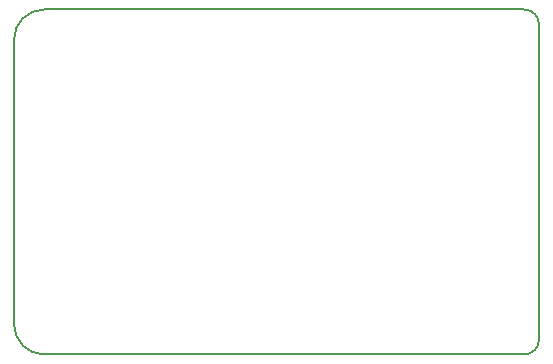
<source format=gko>
%TF.GenerationSoftware,KiCad,Pcbnew,4.0.4+e1-6308~48~ubuntu16.04.1-stable*%
%TF.CreationDate,2017-01-04T17:26:24-08:00*%
%TF.ProjectId,sd-full-2041021-4-breakout,73642D66756C6C2D323034313032312D,v1.0*%
%TF.FileFunction,Profile,NP*%
%FSLAX46Y46*%
G04 Gerber Fmt 4.6, Leading zero omitted, Abs format (unit mm)*
G04 Created by KiCad (PCBNEW 4.0.4+e1-6308~48~ubuntu16.04.1-stable) date Wed Jan  4 17:26:24 2017*
%MOMM*%
%LPD*%
G01*
G04 APERTURE LIST*
%ADD10C,0.350000*%
%ADD11C,0.152400*%
G04 APERTURE END LIST*
D10*
D11*
X142240000Y-91440000D02*
X142240000Y-64770000D01*
X140970000Y-92710000D02*
G75*
G03X142240000Y-91440000I0J1270000D01*
G01*
X142240000Y-64770000D02*
G75*
G03X140970000Y-63500000I-1270000J0D01*
G01*
X100330000Y-63500000D02*
X140970000Y-63500000D01*
X100330000Y-92710000D02*
X140970000Y-92710000D01*
X97790004Y-90174433D02*
G75*
G03X100330000Y-92710000I2539996J4433D01*
G01*
X97790000Y-66040000D02*
X97790000Y-90170000D01*
X100325567Y-63500004D02*
G75*
G03X97790000Y-66040000I4433J-2539996D01*
G01*
M02*

</source>
